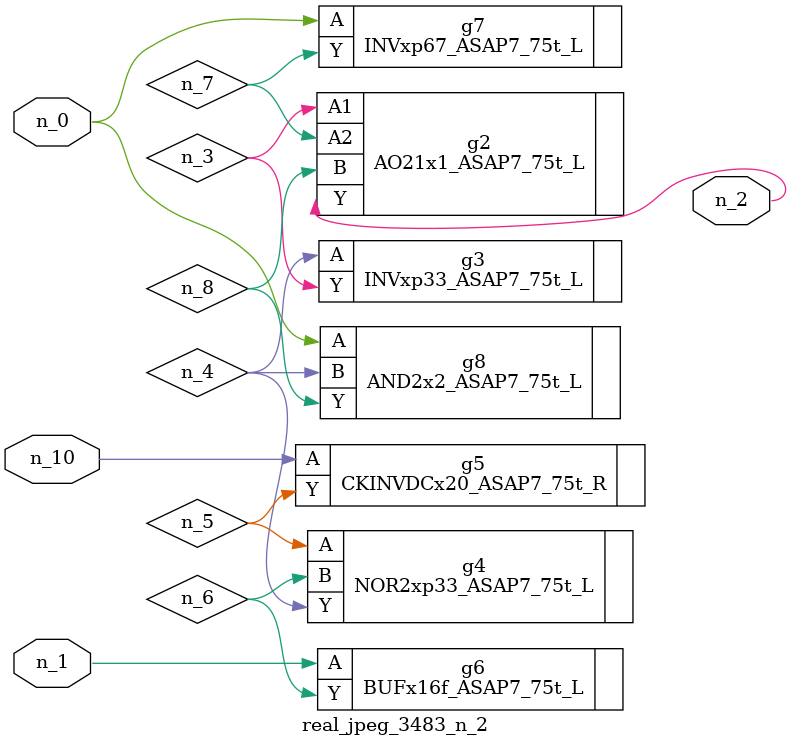
<source format=v>
module real_jpeg_3483_n_2 (n_1, n_10, n_0, n_2);

input n_1;
input n_10;
input n_0;

output n_2;

wire n_5;
wire n_4;
wire n_8;
wire n_6;
wire n_7;
wire n_3;

INVxp67_ASAP7_75t_L g7 ( 
.A(n_0),
.Y(n_7)
);

AND2x2_ASAP7_75t_L g8 ( 
.A(n_0),
.B(n_4),
.Y(n_8)
);

BUFx16f_ASAP7_75t_L g6 ( 
.A(n_1),
.Y(n_6)
);

AO21x1_ASAP7_75t_L g2 ( 
.A1(n_3),
.A2(n_7),
.B(n_8),
.Y(n_2)
);

INVxp33_ASAP7_75t_L g3 ( 
.A(n_4),
.Y(n_3)
);

NOR2xp33_ASAP7_75t_L g4 ( 
.A(n_5),
.B(n_6),
.Y(n_4)
);

CKINVDCx20_ASAP7_75t_R g5 ( 
.A(n_10),
.Y(n_5)
);


endmodule
</source>
